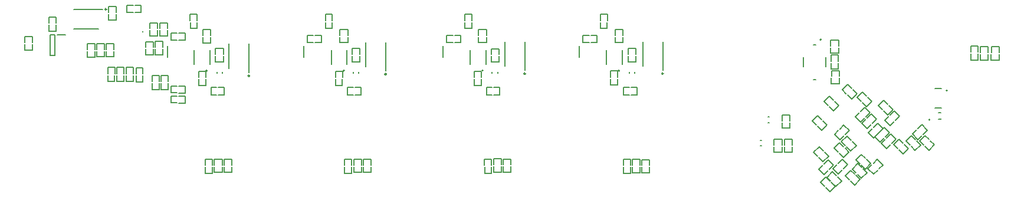
<source format=gbo>
G04*
G04 #@! TF.GenerationSoftware,Altium Limited,Altium Designer,25.8.1 (18)*
G04*
G04 Layer_Color=32896*
%FSLAX44Y44*%
%MOMM*%
G71*
G04*
G04 #@! TF.SameCoordinates,C96D2FE9-1FD8-438A-A999-0EA797086850*
G04*
G04*
G04 #@! TF.FilePolarity,Positive*
G04*
G01*
G75*
%ADD10C,0.2000*%
%ADD13C,0.1524*%
%ADD63C,0.2540*%
D10*
X1173019Y233917D02*
G03*
X1173019Y233917I-1000J0D01*
G01*
X198621Y245073D02*
G03*
X199621Y245073I500J0D01*
G01*
D02*
G03*
X198621Y245073I-500J0D01*
G01*
X687635Y189555D02*
G03*
X687635Y189555I-1000J0D01*
G01*
X883418D02*
G03*
X883418Y189555I-1000J0D01*
G01*
X488259D02*
G03*
X488259Y189555I-1000J0D01*
G01*
X291618Y189555D02*
G03*
X291618Y189555I-1000J0D01*
G01*
X1353779Y160800D02*
G03*
X1353779Y160800I-1000J0D01*
G01*
X1329103Y119071D02*
G03*
X1329103Y119071I-1000J0D01*
G01*
D13*
X1228984Y130853D02*
X1234862Y136731D01*
X1242740Y128853D01*
X1221426Y123295D02*
X1227188Y129057D01*
X1236862Y122975D02*
X1242740Y128853D01*
X1221426Y123295D02*
X1229286Y115435D01*
X1235048Y121197D01*
X1247677Y40689D02*
X1253555Y46567D01*
X1239798Y48568D02*
X1247677Y40689D01*
X1255351Y48363D02*
X1261113Y54125D01*
X1239798Y48568D02*
X1245676Y54446D01*
X1253253Y61985D02*
X1261113Y54125D01*
X1247491Y56223D02*
X1253253Y61985D01*
X209039Y258166D02*
X210140D01*
X234578Y258166D02*
X234599D01*
X510700Y202199D02*
Y210512D01*
X499558Y202199D02*
X510700D01*
Y213052D02*
Y221201D01*
X499558Y202199D02*
Y210512D01*
X499584Y221201D02*
X510700D01*
X499584Y213052D02*
Y221201D01*
X1161319Y176817D02*
X1165319D01*
X1161319Y226817D02*
X1165319D01*
X1179319Y194817D02*
Y208817D01*
X1147319Y194817D02*
Y208817D01*
X668835Y198655D02*
Y218655D01*
X691435Y198655D02*
Y218655D01*
X864618Y198655D02*
Y218655D01*
X887218Y198655D02*
Y218655D01*
X66330Y240591D02*
X72330D01*
X66330Y211591D02*
Y240591D01*
Y211591D02*
X72330D01*
Y240591D01*
X75830Y241091D02*
X87830D01*
X469459Y198655D02*
Y218655D01*
X492059Y198655D02*
Y218655D01*
X272818Y198655D02*
Y218655D01*
X295418Y198655D02*
Y218655D01*
X1397631Y204662D02*
Y213528D01*
X1387589Y216068D02*
Y224985D01*
X1397703D01*
Y216068D02*
Y224985D01*
X1387643Y204662D02*
X1397631D01*
X1387643D02*
Y213528D01*
X222598Y162545D02*
Y171411D01*
X212557Y173951D02*
Y182869D01*
X222671D01*
Y173951D02*
Y182869D01*
X212611Y162545D02*
X222598D01*
X212611D02*
Y171411D01*
X235142Y162443D02*
Y171308D01*
X225100Y173848D02*
Y182766D01*
X235214D01*
Y173848D02*
Y182766D01*
X225154Y162443D02*
X235142D01*
X225154D02*
Y171308D01*
X187543Y283339D02*
X196408D01*
X176085Y273298D02*
X185003D01*
X176085D02*
Y283411D01*
X185003D01*
X196408Y273351D02*
Y283339D01*
X187543Y273351D02*
X196408D01*
X239366Y143182D02*
X248232D01*
X250772Y153223D02*
X259690D01*
Y143109D02*
Y153223D01*
X250772Y143109D02*
X259690D01*
X239366Y143182D02*
Y153169D01*
X248232D01*
X898758Y42364D02*
Y51230D01*
X888717Y53770D02*
Y62688D01*
X898830D01*
Y53770D02*
Y62688D01*
X888771Y42364D02*
X898758D01*
X888771D02*
Y51230D01*
X239366Y157591D02*
X248232D01*
X250772Y167632D02*
X259690D01*
Y157518D02*
Y167632D01*
X250772Y157518D02*
X259690D01*
X239366Y157591D02*
Y167578D01*
X248232D01*
X199231Y173596D02*
Y182462D01*
X189190Y185002D02*
Y193920D01*
X199304D01*
Y185002D02*
Y193920D01*
X189244Y173596D02*
X199231D01*
X189244D02*
Y182462D01*
X185566Y173727D02*
Y182592D01*
X175524Y185132D02*
Y194050D01*
X185638D01*
Y185132D02*
Y194050D01*
X175578Y173727D02*
X185566D01*
X175578D02*
Y182592D01*
X158624Y173727D02*
Y182592D01*
X148583Y185132D02*
Y194050D01*
X158697D01*
Y185132D02*
Y194050D01*
X148637Y173727D02*
X158624D01*
X148637D02*
Y182592D01*
X171900Y173987D02*
Y182853D01*
X161858Y185393D02*
Y194310D01*
X171972D01*
Y185393D02*
Y194310D01*
X161912Y173987D02*
X171900D01*
X161912D02*
Y182853D01*
X699568Y42364D02*
Y51230D01*
X689527Y53770D02*
Y62688D01*
X699640D01*
Y53770D02*
Y62688D01*
X689580Y42364D02*
X699568D01*
X689580D02*
Y51230D01*
X646553Y240294D02*
X655419D01*
X635096Y230253D02*
X644013D01*
X635096D02*
Y240367D01*
X644013D01*
X655419Y230307D02*
Y240294D01*
X646553Y230307D02*
X655419D01*
X842365Y240308D02*
X851231D01*
X830907Y230267D02*
X839825D01*
X830907D02*
Y240381D01*
X839825D01*
X851231Y230321D02*
Y240308D01*
X842365Y230321D02*
X851231D01*
X684837Y168150D02*
Y177016D01*
X674796Y179556D02*
Y188473D01*
X684909D01*
Y179556D02*
Y188473D01*
X674849Y168150D02*
X684837D01*
X674849D02*
Y177016D01*
X880229Y168747D02*
Y177612D01*
X870188Y180152D02*
Y189070D01*
X880302D01*
Y180152D02*
Y189070D01*
X870241Y168747D02*
X880229D01*
X870241D02*
Y177612D01*
X64612Y257507D02*
Y266372D01*
X74654Y246049D02*
Y254967D01*
X64540Y246049D02*
X74654D01*
X64540D02*
Y254967D01*
X64612Y266372D02*
X74600D01*
Y257507D02*
Y266372D01*
X446379Y240221D02*
X455244D01*
X434921Y230180D02*
X443839D01*
X434921D02*
Y240294D01*
X443839D01*
X455244Y230233D02*
Y240221D01*
X446379Y230233D02*
X455244D01*
X250824Y243519D02*
X259690D01*
X239366Y233478D02*
X248284D01*
X239366D02*
Y243591D01*
X248284D01*
X259690Y233531D02*
Y243519D01*
X250824Y233531D02*
X259690D01*
X485420Y168307D02*
Y177172D01*
X475378Y179712D02*
Y188630D01*
X485492D01*
Y179712D02*
Y188630D01*
X475432Y168307D02*
X485420D01*
X475432D02*
Y177172D01*
X289317Y168407D02*
Y177273D01*
X279275Y179813D02*
Y188730D01*
X289389D01*
Y179813D02*
Y188730D01*
X279329Y168407D02*
X289317D01*
X279329D02*
Y177273D01*
X498819Y42364D02*
Y51230D01*
X488778Y53770D02*
Y62688D01*
X498891D01*
Y53770D02*
Y62688D01*
X488831Y42364D02*
X498819D01*
X488831D02*
Y51230D01*
X865623Y250129D02*
Y258995D01*
X855581Y261535D02*
Y270452D01*
X865695D01*
Y261535D02*
Y270452D01*
X855635Y250129D02*
X865623D01*
X855635D02*
Y258995D01*
X671410Y250129D02*
Y258995D01*
X661368Y261535D02*
Y270452D01*
X671482D01*
Y261535D02*
Y270452D01*
X661422Y250129D02*
X671410D01*
X661422D02*
Y258995D01*
X470996Y250129D02*
Y258995D01*
X460955Y261535D02*
Y270452D01*
X471068D01*
Y261535D02*
Y270452D01*
X461008Y250129D02*
X470996D01*
X461008D02*
Y258995D01*
X277045Y250129D02*
Y258995D01*
X267003Y261535D02*
Y270452D01*
X277117D01*
Y261535D02*
Y270452D01*
X267057Y250129D02*
X277045D01*
X267057D02*
Y258995D01*
X1197181Y191681D02*
Y200547D01*
X1187140Y203087D02*
Y212005D01*
X1197253D01*
Y203087D02*
Y212005D01*
X1187193Y191681D02*
X1197181D01*
X1187193D02*
Y200547D01*
X298633Y42364D02*
Y51230D01*
X288591Y53770D02*
Y62688D01*
X298705D01*
Y53770D02*
Y62688D01*
X288645Y42364D02*
X298633D01*
X288645D02*
Y51230D01*
X630000Y209017D02*
Y224517D01*
X825758Y209017D02*
Y224517D01*
X429809Y209017D02*
Y224517D01*
X234750Y209017D02*
Y224517D01*
X905269Y186093D02*
Y187693D01*
X897269Y186093D02*
Y187693D01*
X708425Y186016D02*
Y187616D01*
X700425Y186016D02*
Y187616D01*
X509092Y186016D02*
Y187616D01*
X501092Y186016D02*
Y187616D01*
X1085358Y89776D02*
X1086957D01*
X1085358Y81777D02*
X1086957D01*
X1096571Y123167D02*
X1098171D01*
X1096571Y115167D02*
X1098171D01*
X313229Y186016D02*
Y187616D01*
X305229Y186016D02*
Y187616D01*
X1335580Y135800D02*
X1345580D01*
X1335580Y164200D02*
X1345580D01*
X1340903Y119571D02*
X1344603D01*
X1340903Y129571D02*
X1344603D01*
Y128771D02*
Y129571D01*
Y119571D02*
Y120371D01*
X1412355Y204848D02*
Y213161D01*
X1401214Y204848D02*
X1412355D01*
Y215701D02*
Y223850D01*
X1401214Y204848D02*
Y213161D01*
X1401239Y223850D02*
X1412355D01*
X1401239Y215701D02*
Y223850D01*
X1427936Y204848D02*
Y213161D01*
X1416794Y204848D02*
X1427936D01*
Y215701D02*
Y223850D01*
X1416794Y204848D02*
Y213161D01*
X1416820Y223850D02*
X1427936D01*
X1416820Y215701D02*
Y223850D01*
X202750Y222867D02*
Y231180D01*
X213892D01*
X202750Y212178D02*
Y220327D01*
X213892Y222867D02*
Y231180D01*
X202750Y212178D02*
X213866D01*
Y220327D01*
X216298Y222976D02*
Y231289D01*
X227440D01*
X216298Y212288D02*
Y220436D01*
X227440Y222976D02*
Y231289D01*
X216298Y212288D02*
X227414D01*
Y220436D01*
X220155Y239164D02*
Y247477D01*
X209013Y239164D02*
X220155D01*
Y250017D02*
Y258166D01*
X209013Y239164D02*
Y247477D01*
X209039Y258166D02*
X220155D01*
X209039Y250017D02*
Y258166D01*
X234578Y239164D02*
Y247477D01*
X223436Y239164D02*
X234578D01*
Y250017D02*
Y258166D01*
X223436Y239164D02*
Y247477D01*
X223462Y258166D02*
X234578D01*
X223462Y250017D02*
Y258166D01*
X901543Y53701D02*
Y62014D01*
X912685D01*
X901543Y43012D02*
Y51161D01*
X912685Y53701D02*
Y62014D01*
X901543Y43012D02*
X912659D01*
Y51161D01*
X915343Y53487D02*
Y61800D01*
X926485D01*
X915343Y42798D02*
Y50947D01*
X926485Y53487D02*
Y61800D01*
X915343Y42798D02*
X926459D01*
Y50947D01*
X899741Y165958D02*
X908054D01*
Y154816D02*
Y165958D01*
X889053D02*
X897201D01*
X899741Y154816D02*
X908054D01*
X889053Y154842D02*
Y165958D01*
Y154842D02*
X897201D01*
X119548Y219586D02*
Y227899D01*
X130690D01*
X119548Y208897D02*
Y217046D01*
X130690Y219586D02*
Y227899D01*
X119548Y208897D02*
X130664D01*
Y217046D01*
X160552Y262215D02*
Y270527D01*
X149410Y262215D02*
X160552D01*
Y273067D02*
Y281216D01*
X149410Y262215D02*
Y270527D01*
X149436Y281216D02*
X160552D01*
X149436Y273067D02*
Y281216D01*
X132926Y220004D02*
Y228317D01*
X144068D01*
X132926Y209316D02*
Y217464D01*
X144068Y220004D02*
Y228317D01*
X132926Y209316D02*
X144042D01*
Y217464D01*
X146520Y219892D02*
Y228204D01*
X157662D01*
X146520Y209203D02*
Y217352D01*
X157662Y219892D02*
Y228204D01*
X146520Y209203D02*
X157636D01*
Y217352D01*
X99991Y249247D02*
X134991D01*
X99991Y277747D02*
X140991D01*
X702918Y54394D02*
Y62707D01*
X714060D01*
X702918Y43705D02*
Y51854D01*
X714060Y54394D02*
Y62707D01*
X702918Y43705D02*
X714034D01*
Y51854D01*
X716184Y54383D02*
Y62695D01*
X727326D01*
X716184Y43694D02*
Y51843D01*
X727326Y54383D02*
Y62695D01*
X716184Y43694D02*
X727300D01*
Y51843D01*
X710135Y201875D02*
Y210188D01*
X698993Y201875D02*
X710135D01*
Y212728D02*
Y220877D01*
X698993Y201875D02*
Y210188D01*
X699019Y220877D02*
X710135D01*
X699019Y212728D02*
Y220877D01*
X692156Y229620D02*
Y237933D01*
X681014Y229620D02*
X692156D01*
Y240473D02*
Y248622D01*
X681014Y229620D02*
Y237933D01*
X681040Y248622D02*
X692156D01*
X681040Y240473D02*
Y248622D01*
X907008Y202074D02*
Y210387D01*
X895866Y202074D02*
X907008D01*
Y212927D02*
Y221076D01*
X895866Y202074D02*
Y210387D01*
X895892Y221076D02*
X907008D01*
X895892Y212927D02*
Y221076D01*
X888303Y229645D02*
Y237958D01*
X877161Y229645D02*
X888303D01*
Y240498D02*
Y248646D01*
X877161Y229645D02*
Y237958D01*
X877188Y248646D02*
X888303D01*
X877188Y240498D02*
Y248646D01*
X718880Y195840D02*
Y230840D01*
X747380Y189840D02*
Y230840D01*
X916743Y195840D02*
Y230840D01*
X945243Y189840D02*
Y230840D01*
X702880Y165919D02*
X711193D01*
Y154777D02*
Y165919D01*
X692191D02*
X700340D01*
X702880Y154777D02*
X711193D01*
X692191Y154803D02*
Y165919D01*
Y154803D02*
X700340D01*
X29757Y229971D02*
Y238284D01*
X40899D01*
X29757Y219283D02*
Y227431D01*
X40899Y229971D02*
Y238284D01*
X29757Y219283D02*
X40873D01*
Y227431D01*
X493205Y229644D02*
Y237957D01*
X482064Y229644D02*
X493205D01*
Y240497D02*
Y248645D01*
X482064Y229644D02*
Y237957D01*
X482090Y248645D02*
X493205D01*
X482090Y240497D02*
Y248645D01*
X314543Y202288D02*
Y210601D01*
X303401Y202288D02*
X314543D01*
Y213141D02*
Y221290D01*
X303401Y202288D02*
Y210601D01*
X303427Y221290D02*
X314543D01*
X303427Y213141D02*
Y221290D01*
X296556Y229200D02*
Y237513D01*
X285414Y229200D02*
X296556D01*
Y240053D02*
Y248201D01*
X285414Y229200D02*
Y237513D01*
X285440Y248201D02*
X296556D01*
X285440Y240053D02*
Y248201D01*
X519166Y195153D02*
Y230153D01*
X547666Y189153D02*
Y230153D01*
X322922Y192876D02*
Y227876D01*
X351422Y186876D02*
Y227876D01*
X501578Y54138D02*
Y62451D01*
X512720D01*
X501578Y43449D02*
Y51598D01*
X512720Y54138D02*
Y62451D01*
X501578Y43449D02*
X512694D01*
Y51598D01*
X515651Y54138D02*
Y62451D01*
X526793D01*
X515651Y43449D02*
Y51598D01*
X526793Y54138D02*
Y62451D01*
X515651Y43449D02*
X526767D01*
Y51598D01*
X503547Y165464D02*
X511860D01*
Y154322D02*
Y165464D01*
X492858D02*
X501007D01*
X503547Y154322D02*
X511860D01*
X492858Y154348D02*
Y165464D01*
Y154348D02*
X501007D01*
X1198490Y170590D02*
Y178902D01*
X1187348Y170590D02*
X1198490D01*
Y181442D02*
Y189591D01*
X1187348Y170590D02*
Y178902D01*
X1187374Y189591D02*
X1198490D01*
X1187374Y181442D02*
Y189591D01*
X301702Y54190D02*
Y62503D01*
X312844D01*
X301702Y43502D02*
Y51650D01*
X312844Y54190D02*
Y62503D01*
X301702Y43502D02*
X312818D01*
Y51650D01*
X315995Y54190D02*
Y62503D01*
X327137D01*
X315995Y43502D02*
Y51650D01*
X327137Y54190D02*
Y62503D01*
X315995Y43502D02*
X327111D01*
Y51650D01*
X1197567Y214268D02*
Y222581D01*
X1186425Y214268D02*
X1197567D01*
Y225121D02*
Y233270D01*
X1186425Y214268D02*
Y222581D01*
X1186451Y233270D02*
X1197567D01*
X1186451Y225121D02*
Y233270D01*
X1247692Y108195D02*
X1253570Y114073D01*
X1261449Y106194D01*
X1240134Y100637D02*
X1245896Y106399D01*
X1255570Y100316D02*
X1261449Y106194D01*
X1240134Y100637D02*
X1247994Y92777D01*
X1253756Y98539D01*
X1269920Y139379D02*
X1275798Y133501D01*
X1267920Y125622D02*
X1275798Y133501D01*
X1262362Y146937D02*
X1268124Y141175D01*
X1262042Y131500D02*
X1267920Y125622D01*
X1254502Y139077D02*
X1262362Y146937D01*
X1254502Y139077D02*
X1260264Y133315D01*
X1271897Y110284D02*
X1277775Y116162D01*
X1264019Y118163D02*
X1271897Y110284D01*
X1279572Y117958D02*
X1285334Y123720D01*
X1264019Y118163D02*
X1269897Y124041D01*
X1277473Y131580D02*
X1285334Y123720D01*
X1271711Y125818D02*
X1277473Y131580D01*
X1294134Y88323D02*
X1300012Y82445D01*
X1294134Y88323D02*
X1302012Y96201D01*
X1301808Y80649D02*
X1307570Y74887D01*
X1302012Y96201D02*
X1307890Y90323D01*
X1307570Y74887D02*
X1315430Y82747D01*
X1309668Y88509D02*
X1315430Y82747D01*
X1311707Y90536D02*
X1317585Y96414D01*
X1303828Y98414D02*
X1311707Y90536D01*
X1319381Y98210D02*
X1325143Y103972D01*
X1303828Y98414D02*
X1309707Y104292D01*
X1317283Y111832D02*
X1325143Y103972D01*
X1311521Y106070D02*
X1317283Y111832D01*
X1313717Y88675D02*
X1319595Y82797D01*
X1313717Y88675D02*
X1321596Y96554D01*
X1321392Y81001D02*
X1327154Y75239D01*
X1321596Y96554D02*
X1327474Y90676D01*
X1327154Y75239D02*
X1335014Y83099D01*
X1329252Y88861D02*
X1335014Y83099D01*
X1186869Y29350D02*
X1192747Y23472D01*
X1184869Y15594D02*
X1192747Y23472D01*
X1179311Y36908D02*
X1185073Y31146D01*
X1178990Y21472D02*
X1184869Y15594D01*
X1171451Y29048D02*
X1179311Y36908D01*
X1171451Y29048D02*
X1177213Y23286D01*
X1218182Y162199D02*
X1224060Y156321D01*
X1216182Y148442D02*
X1224060Y156321D01*
X1210624Y169757D02*
X1216386Y163995D01*
X1210303Y154321D02*
X1216182Y148442D01*
X1202764Y161897D02*
X1210624Y169757D01*
X1202764Y161897D02*
X1208526Y156135D01*
X1222642Y39041D02*
X1228520Y33163D01*
X1220642Y25285D02*
X1228520Y33163D01*
X1215084Y46599D02*
X1220846Y40837D01*
X1214763Y31163D02*
X1220642Y25285D01*
X1207224Y38739D02*
X1215084Y46599D01*
X1207224Y38739D02*
X1212986Y32977D01*
X1197316Y41177D02*
X1203194Y47055D01*
X1189437Y49056D02*
X1197316Y41177D01*
X1204990Y48851D02*
X1210752Y54613D01*
X1189437Y49056D02*
X1195315Y54934D01*
X1202892Y62474D02*
X1210752Y54613D01*
X1197130Y56712D02*
X1202892Y62474D01*
X1177381Y72402D02*
X1183259Y66524D01*
X1175380Y58645D02*
X1183259Y66524D01*
X1169823Y79960D02*
X1175585Y74198D01*
X1169502Y64523D02*
X1175380Y58645D01*
X1161963Y72100D02*
X1169823Y79960D01*
X1161963Y72100D02*
X1167725Y66338D01*
X1176862Y55611D02*
X1182740Y61489D01*
X1190619Y53611D01*
X1169304Y48053D02*
X1175066Y53815D01*
X1184741Y47733D02*
X1190619Y53611D01*
X1169304Y48053D02*
X1177164Y40193D01*
X1182926Y45955D01*
X1120149Y82707D02*
Y91020D01*
X1131291D01*
X1120149Y72018D02*
Y80167D01*
X1131291Y82707D02*
Y91020D01*
X1120149Y72018D02*
X1131265D01*
Y80167D01*
X1105148Y82707D02*
Y91020D01*
X1116290D01*
X1105148Y72018D02*
Y80167D01*
X1116290Y82707D02*
Y91020D01*
X1105148Y72018D02*
X1116264D01*
Y80167D01*
X1196045Y36695D02*
X1201923Y30816D01*
X1194044Y22938D02*
X1201923Y30816D01*
X1188486Y44253D02*
X1194249Y38491D01*
X1188166Y28816D02*
X1194044Y22938D01*
X1180626Y36393D02*
X1188486Y44253D01*
X1180626Y36393D02*
X1186388Y30631D01*
X1175261Y117351D02*
X1181139Y111472D01*
X1173260Y103594D02*
X1181139Y111472D01*
X1167703Y124909D02*
X1173465Y119146D01*
X1167382Y109472D02*
X1173260Y103594D01*
X1159843Y117048D02*
X1167703Y124909D01*
X1159843Y117048D02*
X1165605Y111286D01*
X1192261Y145338D02*
X1198139Y139460D01*
X1190260Y131581D02*
X1198139Y139460D01*
X1184703Y152896D02*
X1190465Y147134D01*
X1184382Y137459D02*
X1190260Y131581D01*
X1176843Y145036D02*
X1184703Y152896D01*
X1176843Y145036D02*
X1182605Y139274D01*
X1239645Y151424D02*
X1245524Y145546D01*
X1237645Y137667D02*
X1245524Y145546D01*
X1232087Y158982D02*
X1237849Y153220D01*
X1231767Y143545D02*
X1237645Y137667D01*
X1224227Y151122D02*
X1232087Y158982D01*
X1224227Y151122D02*
X1229989Y145360D01*
X1238558Y121585D02*
X1244436Y127463D01*
X1252315Y119585D01*
X1231000Y114027D02*
X1236762Y119789D01*
X1246437Y113707D02*
X1252315Y119585D01*
X1231000Y114027D02*
X1238860Y106167D01*
X1244622Y111929D01*
X1276543Y83159D02*
X1282421Y77281D01*
X1276543Y83159D02*
X1284422Y91037D01*
X1284217Y75485D02*
X1289979Y69723D01*
X1284422Y91037D02*
X1290300Y85159D01*
X1289979Y69723D02*
X1297840Y77583D01*
X1292077Y83345D02*
X1297840Y77583D01*
X1257173Y102129D02*
X1263051Y108007D01*
X1270929Y100129D01*
X1249615Y94571D02*
X1255377Y100333D01*
X1265051Y94250D02*
X1270929Y100129D01*
X1249615Y94571D02*
X1257475Y86711D01*
X1263237Y92473D01*
X1266318Y92801D02*
X1272196Y98679D01*
X1280075Y90801D01*
X1258760Y85243D02*
X1264522Y91005D01*
X1274196Y84922D02*
X1280075Y90801D01*
X1258760Y85243D02*
X1266620Y77383D01*
X1272382Y83145D01*
X1116361Y117621D02*
Y125934D01*
X1127503D01*
X1116361Y106932D02*
Y115081D01*
X1127503Y117621D02*
Y125934D01*
X1116361Y106932D02*
X1127477D01*
Y115081D01*
X1232513Y48564D02*
X1238391Y42686D01*
X1230513Y34807D02*
X1238391Y42686D01*
X1224955Y56122D02*
X1230717Y50360D01*
X1224635Y40685D02*
X1230513Y34807D01*
X1217095Y48262D02*
X1224955Y56122D01*
X1217095Y48262D02*
X1222857Y42500D01*
X1237764Y61875D02*
X1243642Y55997D01*
X1235763Y48119D02*
X1243642Y55997D01*
X1230206Y69433D02*
X1235968Y63671D01*
X1229885Y53997D02*
X1235763Y48119D01*
X1222345Y61573D02*
X1230206Y69433D01*
X1222345Y61573D02*
X1228107Y55811D01*
X1199505Y90138D02*
X1205383Y96016D01*
X1191627Y98016D02*
X1199505Y90138D01*
X1207179Y97812D02*
X1212941Y103574D01*
X1191627Y98016D02*
X1197505Y103894D01*
X1205081Y111434D02*
X1212941Y103574D01*
X1199319Y105672D02*
X1205081Y111434D01*
X1201671Y87558D02*
X1207549Y81680D01*
X1201671Y87558D02*
X1209550Y95437D01*
X1209345Y79884D02*
X1215107Y74122D01*
X1209550Y95437D02*
X1215428Y89558D01*
X1215107Y74122D02*
X1222968Y81982D01*
X1217206Y87744D02*
X1222968Y81982D01*
X1191328Y78028D02*
X1197206Y72150D01*
X1191328Y78028D02*
X1199207Y85906D01*
X1199002Y70354D02*
X1204764Y64591D01*
X1199207Y85906D02*
X1205085Y80028D01*
X1204764Y64591D02*
X1212624Y72452D01*
X1206862Y78214D02*
X1212624Y72452D01*
X307683Y165464D02*
X315996D01*
Y154322D02*
Y165464D01*
X296995D02*
X305143D01*
X307683Y154322D02*
X315996D01*
X296995Y154348D02*
Y165464D01*
Y154348D02*
X305143D01*
D63*
X146686Y277398D02*
G03*
X146686Y277398I-1005J0D01*
G01*
X748035Y185150D02*
G03*
X748035Y185150I-1005J0D01*
G01*
X945898D02*
G03*
X945898Y185150I-1005J0D01*
G01*
X548321Y184463D02*
G03*
X548321Y184463I-1005J0D01*
G01*
X352078Y182186D02*
G03*
X352078Y182186I-1005J0D01*
G01*
M02*

</source>
